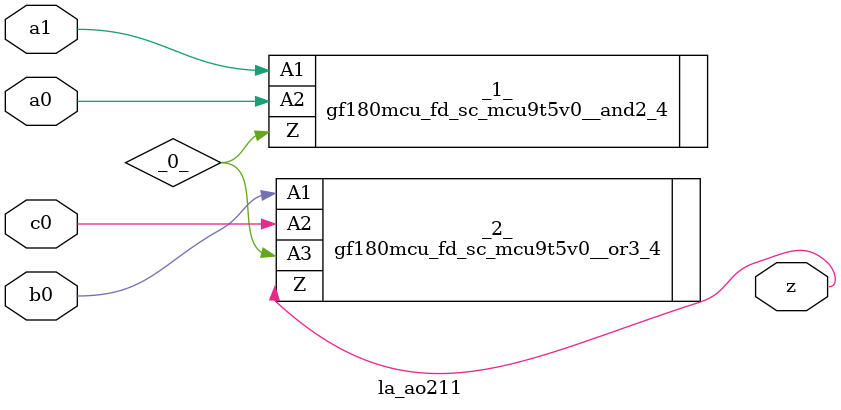
<source format=v>

/* Generated by Yosys 0.44 (git sha1 80ba43d26, g++ 11.4.0-1ubuntu1~22.04 -fPIC -O3) */

(* top =  1  *)
(* src = "generated" *)
module la_ao211 (
    a0,
    a1,
    b0,
    c0,
    z
);
  wire _0_;
  (* src = "generated" *)
  input a0;
  wire a0;
  (* src = "generated" *)
  input a1;
  wire a1;
  (* src = "generated" *)
  input b0;
  wire b0;
  (* src = "generated" *)
  input c0;
  wire c0;
  (* src = "generated" *)
  output z;
  wire z;
  gf180mcu_fd_sc_mcu9t5v0__and2_4 _1_ (
      .A1(a1),
      .A2(a0),
      .Z (_0_)
  );
  gf180mcu_fd_sc_mcu9t5v0__or3_4 _2_ (
      .A1(b0),
      .A2(c0),
      .A3(_0_),
      .Z (z)
  );
endmodule

</source>
